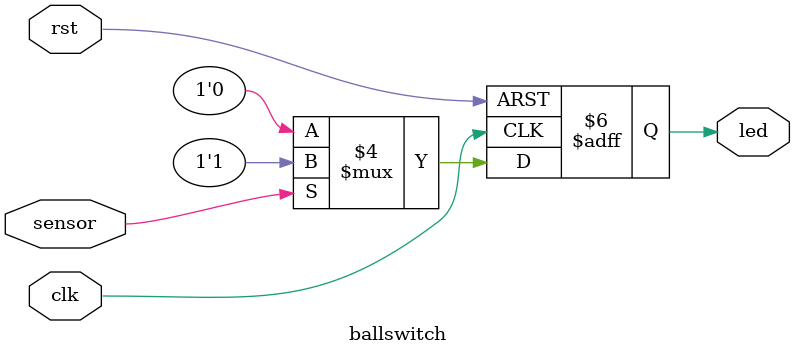
<source format=v>
`timescale 1ns / 1ps


module ballswitch( input wire clk , 
input wire rst , 
input wire sensor , 
output reg led );

localparam low = 1'b0;
localparam high = 1'b1;

always @ (posedge clk or posedge rst)
begin
    if(rst)
    begin
    led<=low;
    end 
else begin
    if(sensor == high)begin
    led<= high; 
    end
    else begin
    led<=low;
    end 
    end
end 
endmodule

</source>
